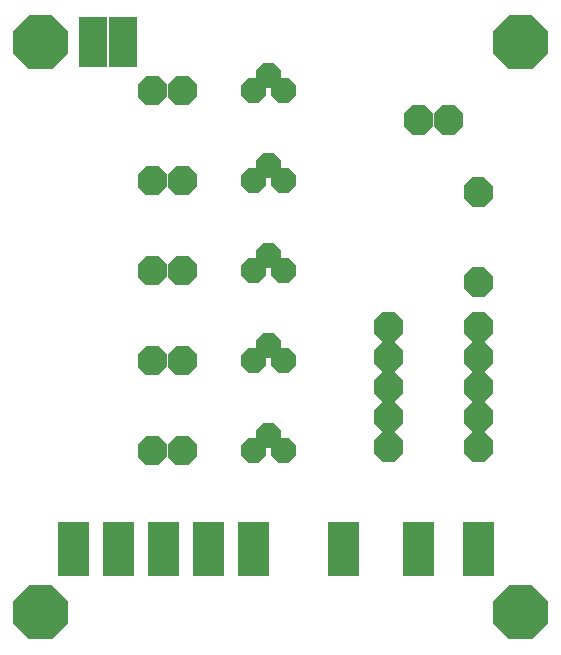
<source format=gbr>
%FSLAX34Y34*%
%MOMM*%
%LNSOLDERMASK_TOP*%
G71*
G01*
%LPD*%
G36*
X218901Y563462D02*
X211589Y556150D01*
X201213Y556150D01*
X193901Y563462D01*
X193901Y573838D01*
X201213Y581150D01*
X211589Y581150D01*
X218901Y573838D01*
X218901Y563462D01*
G37*
G36*
X193502Y563462D02*
X186190Y556150D01*
X175814Y556150D01*
X168502Y563462D01*
X168502Y573838D01*
X175814Y581150D01*
X186190Y581150D01*
X193502Y573838D01*
X193502Y563462D01*
G37*
G36*
X279700Y508140D02*
X279700Y462140D01*
X253700Y462140D01*
X253700Y508140D01*
X279700Y508140D01*
G37*
G36*
X241600Y508140D02*
X241600Y462140D01*
X215600Y462140D01*
X215600Y508140D01*
X241600Y508140D01*
G37*
G36*
X203500Y508140D02*
X203500Y462140D01*
X177500Y462140D01*
X177500Y508140D01*
X203500Y508140D01*
G37*
G36*
X165400Y508140D02*
X165400Y462140D01*
X139400Y462140D01*
X139400Y508140D01*
X165400Y508140D01*
G37*
G36*
X127300Y508140D02*
X127300Y462140D01*
X101300Y462140D01*
X101300Y508140D01*
X127300Y508140D01*
G37*
G36*
X355900Y508140D02*
X355900Y462140D01*
X329900Y462140D01*
X329900Y508140D01*
X355900Y508140D01*
G37*
G36*
X368500Y678288D02*
X375812Y685600D01*
X386188Y685600D01*
X393500Y678288D01*
X393500Y667912D01*
X386188Y660600D01*
X375812Y660600D01*
X368500Y667912D01*
X368500Y678288D01*
G37*
G36*
X444700Y678288D02*
X452012Y685600D01*
X462388Y685600D01*
X469700Y678288D01*
X469700Y667912D01*
X462388Y660600D01*
X452012Y660600D01*
X444700Y667912D01*
X444700Y678288D01*
G37*
G36*
X462239Y800072D02*
X469551Y792760D01*
X469551Y782384D01*
X462239Y775072D01*
X451863Y775072D01*
X444551Y782384D01*
X444551Y792760D01*
X451863Y800072D01*
X462239Y800072D01*
G37*
G36*
X462239Y723872D02*
X469551Y716560D01*
X469551Y706184D01*
X462239Y698872D01*
X451863Y698872D01*
X444551Y706184D01*
X444551Y716560D01*
X451863Y723872D01*
X462239Y723872D01*
G37*
G36*
X368500Y652888D02*
X375812Y660200D01*
X386188Y660200D01*
X393500Y652888D01*
X393500Y642512D01*
X386188Y635200D01*
X375812Y635200D01*
X368500Y642512D01*
X368500Y652888D01*
G37*
G36*
X444700Y652888D02*
X452012Y660200D01*
X462388Y660200D01*
X469700Y652888D01*
X469700Y642512D01*
X462388Y635200D01*
X452012Y635200D01*
X444700Y642512D01*
X444700Y652888D01*
G37*
G36*
X368500Y627488D02*
X375812Y634800D01*
X386188Y634800D01*
X393500Y627488D01*
X393500Y617112D01*
X386188Y609800D01*
X375812Y609800D01*
X368500Y617112D01*
X368500Y627488D01*
G37*
G36*
X444700Y627488D02*
X452012Y634800D01*
X462388Y634800D01*
X469700Y627488D01*
X469700Y617112D01*
X462388Y609800D01*
X452012Y609800D01*
X444700Y617112D01*
X444700Y627488D01*
G37*
G36*
X368500Y602088D02*
X375812Y609400D01*
X386188Y609400D01*
X393500Y602088D01*
X393500Y591712D01*
X386188Y584400D01*
X375812Y584400D01*
X368500Y591712D01*
X368500Y602088D01*
G37*
G36*
X444700Y602088D02*
X452012Y609400D01*
X462388Y609400D01*
X469700Y602088D01*
X469700Y591712D01*
X462388Y584400D01*
X452012Y584400D01*
X444700Y591712D01*
X444700Y602088D01*
G37*
G36*
X368500Y576688D02*
X375812Y584000D01*
X386188Y584000D01*
X393500Y576688D01*
X393500Y566312D01*
X386188Y559000D01*
X375812Y559000D01*
X368500Y566312D01*
X368500Y576688D01*
G37*
G36*
X444700Y576688D02*
X452012Y584000D01*
X462388Y584000D01*
X469700Y576688D01*
X469700Y566312D01*
X462388Y559000D01*
X452012Y559000D01*
X444700Y566312D01*
X444700Y576688D01*
G37*
G36*
X393900Y853548D02*
X401212Y860860D01*
X411588Y860860D01*
X418900Y853548D01*
X418900Y843172D01*
X411588Y835860D01*
X401212Y835860D01*
X393900Y843172D01*
X393900Y853548D01*
G37*
G36*
X419300Y853548D02*
X426612Y860860D01*
X436988Y860860D01*
X444300Y853548D01*
X444300Y843172D01*
X436988Y835860D01*
X426612Y835860D01*
X419300Y843172D01*
X419300Y853548D01*
G37*
G36*
X393400Y508140D02*
X419400Y508140D01*
X419400Y462140D01*
X393400Y462140D01*
X393400Y508140D01*
G37*
G36*
X444200Y508140D02*
X470200Y508140D01*
X470200Y462140D01*
X444200Y462140D01*
X444200Y508140D01*
G37*
G36*
X256200Y573318D02*
X262342Y579460D01*
X271058Y579460D01*
X277200Y573318D01*
X277200Y564602D01*
X271058Y558460D01*
X262342Y558460D01*
X256200Y564602D01*
X256200Y573318D01*
G37*
G36*
X268900Y586018D02*
X275042Y592160D01*
X283758Y592160D01*
X289900Y586018D01*
X289900Y577302D01*
X283758Y571160D01*
X275042Y571160D01*
X268900Y577302D01*
X268900Y586018D01*
G37*
G36*
X281600Y573318D02*
X287742Y579460D01*
X296458Y579460D01*
X302600Y573318D01*
X302600Y564602D01*
X296458Y558460D01*
X287742Y558460D01*
X281600Y564602D01*
X281600Y573318D01*
G37*
G36*
X218901Y639662D02*
X211589Y632350D01*
X201213Y632350D01*
X193901Y639662D01*
X193901Y650038D01*
X201213Y657350D01*
X211589Y657350D01*
X218901Y650038D01*
X218901Y639662D01*
G37*
G36*
X193502Y639662D02*
X186190Y632350D01*
X175814Y632350D01*
X168502Y639662D01*
X168502Y650038D01*
X175814Y657350D01*
X186190Y657350D01*
X193502Y650038D01*
X193502Y639662D01*
G37*
G36*
X256200Y649518D02*
X262342Y655660D01*
X271058Y655660D01*
X277200Y649518D01*
X277200Y640802D01*
X271058Y634660D01*
X262342Y634660D01*
X256200Y640802D01*
X256200Y649518D01*
G37*
G36*
X268900Y662218D02*
X275042Y668360D01*
X283758Y668360D01*
X289900Y662218D01*
X289900Y653502D01*
X283758Y647360D01*
X275042Y647360D01*
X268900Y653502D01*
X268900Y662218D01*
G37*
G36*
X281600Y649518D02*
X287742Y655660D01*
X296458Y655660D01*
X302600Y649518D01*
X302600Y640802D01*
X296458Y634660D01*
X287742Y634660D01*
X281600Y640802D01*
X281600Y649518D01*
G37*
G36*
X218901Y715862D02*
X211589Y708550D01*
X201213Y708550D01*
X193901Y715862D01*
X193901Y726238D01*
X201213Y733550D01*
X211589Y733550D01*
X218901Y726238D01*
X218901Y715862D01*
G37*
G36*
X193502Y715862D02*
X186190Y708550D01*
X175814Y708550D01*
X168502Y715862D01*
X168502Y726238D01*
X175814Y733550D01*
X186190Y733550D01*
X193502Y726238D01*
X193502Y715862D01*
G37*
G36*
X256200Y725718D02*
X262342Y731860D01*
X271058Y731860D01*
X277200Y725718D01*
X277200Y717002D01*
X271058Y710860D01*
X262342Y710860D01*
X256200Y717002D01*
X256200Y725718D01*
G37*
G36*
X268900Y738418D02*
X275042Y744560D01*
X283758Y744560D01*
X289900Y738418D01*
X289900Y729702D01*
X283758Y723560D01*
X275042Y723560D01*
X268900Y729702D01*
X268900Y738418D01*
G37*
G36*
X281600Y725718D02*
X287742Y731860D01*
X296458Y731860D01*
X302600Y725718D01*
X302600Y717002D01*
X296458Y710860D01*
X287742Y710860D01*
X281600Y717002D01*
X281600Y725718D01*
G37*
G36*
X218901Y792062D02*
X211589Y784750D01*
X201213Y784750D01*
X193901Y792062D01*
X193901Y802438D01*
X201213Y809750D01*
X211589Y809750D01*
X218901Y802438D01*
X218901Y792062D01*
G37*
G36*
X193502Y792062D02*
X186190Y784750D01*
X175814Y784750D01*
X168502Y792062D01*
X168502Y802438D01*
X175814Y809750D01*
X186190Y809750D01*
X193502Y802438D01*
X193502Y792062D01*
G37*
G36*
X256200Y801918D02*
X262342Y808060D01*
X271058Y808060D01*
X277200Y801918D01*
X277200Y793202D01*
X271058Y787060D01*
X262342Y787060D01*
X256200Y793202D01*
X256200Y801918D01*
G37*
G36*
X268900Y814618D02*
X275042Y820760D01*
X283758Y820760D01*
X289900Y814618D01*
X289900Y805902D01*
X283758Y799760D01*
X275042Y799760D01*
X268900Y805902D01*
X268900Y814618D01*
G37*
G36*
X281600Y801918D02*
X287742Y808060D01*
X296458Y808060D01*
X302600Y801918D01*
X302600Y793202D01*
X296458Y787060D01*
X287742Y787060D01*
X281600Y793202D01*
X281600Y801918D01*
G37*
G36*
X218901Y868262D02*
X211589Y860950D01*
X201213Y860950D01*
X193901Y868262D01*
X193901Y878638D01*
X201213Y885950D01*
X211589Y885950D01*
X218901Y878638D01*
X218901Y868262D01*
G37*
G36*
X193502Y868262D02*
X186190Y860950D01*
X175814Y860950D01*
X168502Y868262D01*
X168502Y878638D01*
X175814Y885950D01*
X186190Y885950D01*
X193502Y878638D01*
X193502Y868262D01*
G37*
G36*
X256200Y878118D02*
X262342Y884260D01*
X271058Y884260D01*
X277200Y878118D01*
X277200Y869402D01*
X271058Y863260D01*
X262342Y863260D01*
X256200Y869402D01*
X256200Y878118D01*
G37*
G36*
X268900Y890818D02*
X275042Y896960D01*
X283758Y896960D01*
X289900Y890818D01*
X289900Y882102D01*
X283758Y875960D01*
X275042Y875960D01*
X268900Y882102D01*
X268900Y890818D01*
G37*
G36*
X281600Y878118D02*
X287742Y884260D01*
X296458Y884260D01*
X302600Y878118D01*
X302600Y869402D01*
X296458Y863260D01*
X287742Y863260D01*
X281600Y869402D01*
X281600Y878118D01*
G37*
G36*
X63360Y923945D02*
X76815Y937400D01*
X95905Y937400D01*
X109360Y923945D01*
X109360Y904855D01*
X95905Y891400D01*
X76815Y891400D01*
X63360Y904855D01*
X63360Y923945D01*
G37*
G36*
X469760Y923945D02*
X483215Y937400D01*
X502305Y937400D01*
X515760Y923945D01*
X515760Y904855D01*
X502305Y891400D01*
X483215Y891400D01*
X469760Y904855D01*
X469760Y923945D01*
G37*
G36*
X63360Y441345D02*
X76815Y454800D01*
X95905Y454800D01*
X109360Y441345D01*
X109360Y422255D01*
X95905Y408800D01*
X76815Y408800D01*
X63360Y422255D01*
X63360Y441345D01*
G37*
G36*
X469760Y441345D02*
X483215Y454800D01*
X502305Y454800D01*
X515760Y441345D01*
X515760Y422255D01*
X502305Y408800D01*
X483215Y408800D01*
X469760Y422255D01*
X469760Y441345D01*
G37*
G36*
X142810Y935400D02*
X142810Y893400D01*
X118810Y893400D01*
X118810Y935400D01*
X142810Y935400D01*
G37*
G36*
X168210Y935400D02*
X168210Y893400D01*
X144210Y893400D01*
X144210Y935400D01*
X168210Y935400D01*
G37*
M02*

</source>
